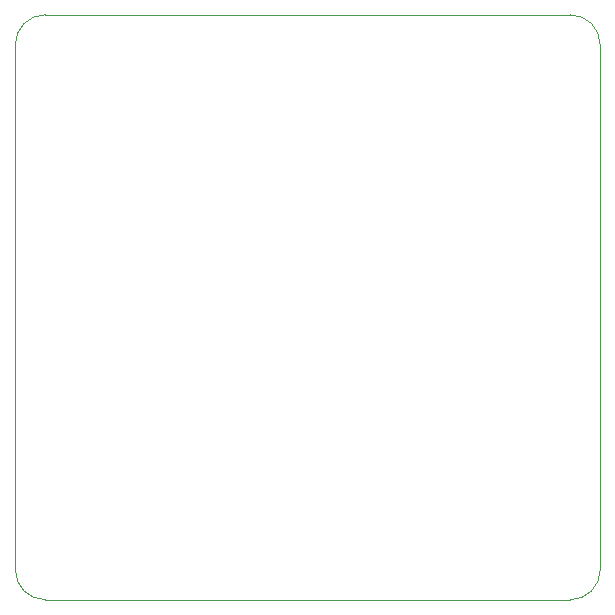
<source format=gbr>
G04 (created by PCBNEW (22-Jun-2014 BZR 4027)-stable) date Mon 12 Jun 2017 10:58:34 PM CDT*
%MOIN*%
G04 Gerber Fmt 3.4, Leading zero omitted, Abs format*
%FSLAX34Y34*%
G01*
G70*
G90*
G04 APERTURE LIST*
%ADD10C,0.00590551*%
%ADD11C,0.00393701*%
G04 APERTURE END LIST*
G54D10*
G54D11*
X63500Y-61500D02*
X63500Y-44000D01*
X82000Y-62500D02*
X64500Y-62500D01*
X83000Y-44000D02*
X83000Y-61500D01*
X64500Y-43000D02*
X82000Y-43000D01*
X63500Y-61500D02*
G75*
G03X64500Y-62500I1000J0D01*
G74*
G01*
X82000Y-62500D02*
G75*
G03X83000Y-61500I0J1000D01*
G74*
G01*
X83000Y-44000D02*
G75*
G03X82000Y-43000I-1000J0D01*
G74*
G01*
X64500Y-43000D02*
G75*
G03X63500Y-44000I0J-1000D01*
G74*
G01*
M02*

</source>
